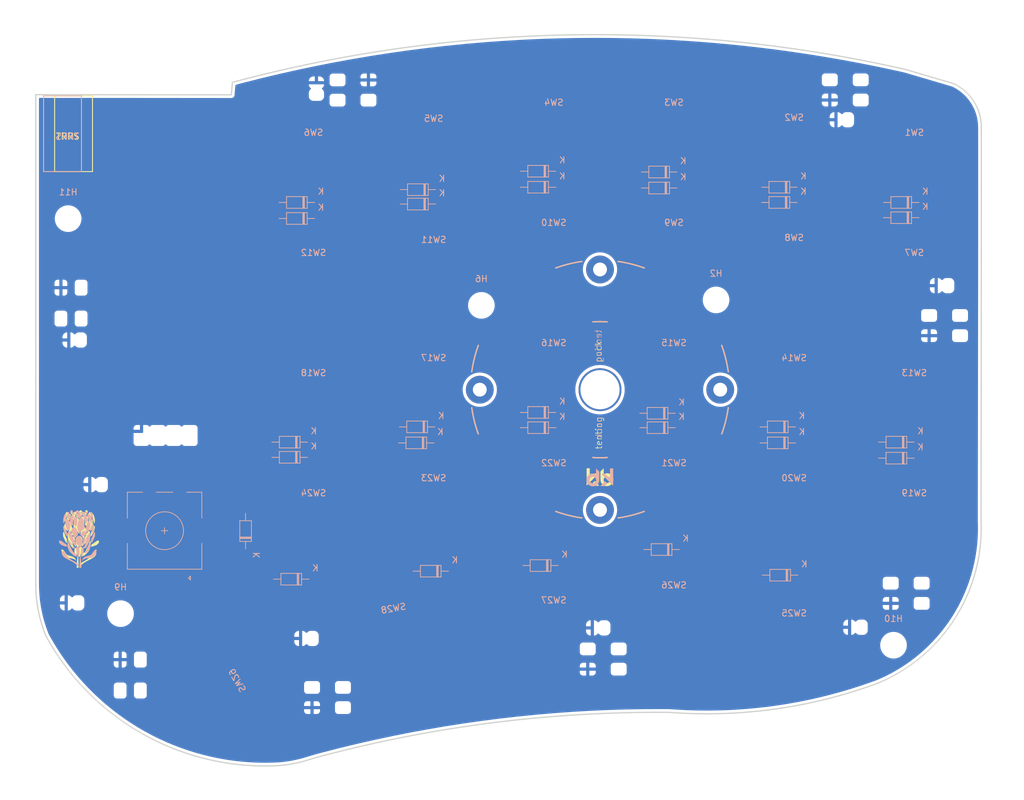
<source format=kicad_pcb>
(kicad_pcb (version 20210228) (generator pcbnew)
  (layers (0 "F.Cu" signal) (31 "B.Cu" signal) (34 "B.Paste" user) (35 "F.Paste" user) (36 "B.SilkS" user "B.Silkscreen") (37 "F.SilkS" user "F.Silkscreen") (38 "B.Mask" user) (39 "F.Mask" user) (44 "Edge.Cuts" user))
  (net 0 "")
  (net 1 "GND")
  (footprint "gcp:Tenting_Puck" (layer "F.Cu") (at 178.054 92.71)
    (fp_text reference "REF**")
    (fp_text value "Tenting Puck")
    (fp_text user "tenting" (at -0.254 -6.9215 90) (layer "B.SilkS") (effects (font (thickness 0.1)) (justify mirror)))
    (fp_text user "puck" (at -0.1905 6.0325 90 unlocked) (layer "B.SilkS") (effects (font (thickness 0.1)) (justify mirror)))
    (fp_text user "tenting" (at -0.1905 6.858 90) (layer "F.SilkS") (effects (font (thickness 0.1))))
    (fp_text user "puck" (at -0.254 -6.0325 90) (layer "F.SilkS") (effects (font (thickness 0.1))))
    (pad "" thru_hole circle (at 0 0) (size 6.8 6.8) (drill 6.2) (layers *.Cu *.Mask))
    (pad "1" thru_hole circle (at 0 19.05) (size 4.4 4.4) (drill 2.2) (layers *.Cu *.Mask))
    (pad "1" thru_hole circle (at -19.05 0) (size 4.4 4.4) (drill 2.2) (layers *.Cu *.Mask))
    (pad "1" thru_hole circle (at 19.05 0) (size 4.4 4.4) (drill 2.2) (layers *.Cu *.Mask))
    (pad "1" thru_hole circle (at 0 -19.05) (size 4.4 4.4) (drill 2.2) (layers *.Cu *.Mask))
  )
  (footprint "gcp:Protea-tiny" (layer "F.Cu") (at 95.758 116.332)
    (fp_text reference "G***" hide)
    (fp_text value "LOGO" hide)
  )
  (footprint "Diode_THT:D_DO-34_SOD68_P7.62mm_Horizontal" (layer "B.Cu") (at 229.591 63.0428 180)
    (fp_text reference "D1" hide)
    (fp_text value "D_Small")
    (fp_text user "K" (at 0 1.75) (layer "B.SilkS") (effects (justify mirror)))
  )
  (footprint "Diode_THT:D_DO-34_SOD68_P7.62mm_Horizontal" (layer "B.Cu") (at 210.287 60.6298 180)
    (fp_text reference "D2" hide)
    (fp_text value "D_Small")
    (fp_text user "K" (at 0 1.75) (layer "B.SilkS") (effects (justify mirror)))
  )
  (footprint "Diode_THT:D_DO-34_SOD68_P7.62mm_Horizontal" (layer "B.Cu") (at 191.237 58.2168 180)
    (fp_text reference "D3" hide)
    (fp_text value "D_Small")
    (fp_text user "K" (at 0 1.75) (layer "B.SilkS") (effects (justify mirror)))
  )
  (footprint "Diode_THT:D_DO-34_SOD68_P7.62mm_Horizontal" (layer "B.Cu") (at 172.06 58.0898 180)
    (fp_text reference "D4" hide)
    (fp_text value "D_Small")
    (fp_text user "K" (at 0 1.75) (layer "B.SilkS") (effects (justify mirror)))
  )
  (footprint "Diode_THT:D_DO-34_SOD68_P7.62mm_Horizontal" (layer "B.Cu") (at 153.01 61.0108 180)
    (fp_text reference "D5" hide)
    (fp_text value "D_Small")
    (fp_text user "K" (at 0 1.75) (layer "B.SilkS") (effects (justify mirror)))
  )
  (footprint "Diode_THT:D_DO-34_SOD68_P7.62mm_Horizontal" (layer "B.Cu") (at 155.042 121.463 180)
    (fp_text reference "D28" hide)
    (fp_text value "D_Small")
    (fp_text user "K" (at 0 1.75) (layer "B.SilkS") (effects (justify mirror)))
  )
  (footprint "Diode_THT:D_DO-34_SOD68_P7.62mm_Horizontal" (layer "B.Cu") (at 132.944 122.733 180)
    (fp_text reference "D29" hide)
    (fp_text value "D_Small")
    (fp_text user "K" (at 0 1.75) (layer "B.SilkS") (effects (justify mirror)))
  )
  (footprint "Diode_THT:D_DO-34_SOD68_P7.62mm_Horizontal" (layer "B.Cu") (at 121.895 118.923 90)
    (fp_text reference "D30" hide)
    (fp_text value "D_Small")
    (fp_text user "K" (at 0 1.75 270) (layer "B.SilkS") (effects (justify mirror)))
  )
  (footprint "Diode_THT:D_DO-34_SOD68_P7.62mm_Horizontal" (layer "B.Cu") (at 229.591 65.4558 180)
    (fp_text reference "D7" hide)
    (fp_text value "D_Small")
    (fp_text user "K" (at 0 1.75) (layer "B.SilkS") (effects (justify mirror)))
  )
  (footprint "Diode_THT:D_DO-34_SOD68_P7.62mm_Horizontal" (layer "B.Cu") (at 210.287 63.0428 180)
    (fp_text reference "D8" hide)
    (fp_text value "D_Small")
    (fp_text user "K" (at 0 1.75) (layer "B.SilkS") (effects (justify mirror)))
  )
  (footprint "Diode_THT:D_DO-34_SOD68_P7.62mm_Horizontal" (layer "B.Cu") (at 191.237 60.7568 180)
    (fp_text reference "D9" hide)
    (fp_text value "D_Small")
    (fp_text user "K" (at 0 1.75) (layer "B.SilkS") (effects (justify mirror)))
  )
  (footprint "Diode_THT:D_DO-34_SOD68_P7.62mm_Horizontal" (layer "B.Cu") (at 172.06 60.6298 180)
    (fp_text reference "D10" hide)
    (fp_text value "D_Small")
    (fp_text user "K" (at 0 1.75) (layer "B.SilkS") (effects (justify mirror)))
  )
  (footprint "Diode_THT:D_DO-34_SOD68_P7.62mm_Horizontal" (layer "B.Cu") (at 153.01 63.2968 180)
    (fp_text reference "D11" hide)
    (fp_text value "D_Small")
    (fp_text user "K" (at 0 1.75) (layer "B.SilkS") (effects (justify mirror)))
  )
  (footprint "Diode_THT:D_DO-34_SOD68_P7.62mm_Horizontal" (layer "B.Cu") (at 133.833 65.5828 180)
    (fp_text reference "D12" hide)
    (fp_text value "D_Small")
    (fp_text user "K" (at 0 1.75) (layer "B.SilkS") (effects (justify mirror)))
  )
  (footprint "Diode_THT:D_DO-34_SOD68_P7.62mm_Horizontal" (layer "B.Cu") (at 228.829 101.016 180)
    (fp_text reference "D13" hide)
    (fp_text value "D_Small")
    (fp_text user "K" (at 0 1.75) (layer "B.SilkS") (effects (justify mirror)))
  )
  (footprint "Diode_THT:D_DO-34_SOD68_P7.62mm_Horizontal" (layer "B.Cu") (at 210.033 98.6028 180)
    (fp_text reference "D14" hide)
    (fp_text value "D_Small")
    (fp_text user "K" (at 0 1.75) (layer "B.SilkS") (effects (justify mirror)))
  )
  (footprint "Diode_THT:D_DO-34_SOD68_P7.62mm_Horizontal" (layer "B.Cu") (at 190.983 96.4438 180)
    (fp_text reference "D15" hide)
    (fp_text value "D_Small")
    (fp_text user "K" (at 0 1.75) (layer "B.SilkS") (effects (justify mirror)))
  )
  (footprint "Diode_THT:D_DO-34_SOD68_P7.62mm_Horizontal" (layer "B.Cu") (at 172.06 96.3168 180)
    (fp_text reference "D16" hide)
    (fp_text value "D_Small")
    (fp_text user "K" (at 0 1.75) (layer "B.SilkS") (effects (justify mirror)))
  )
  (footprint "Diode_THT:D_DO-34_SOD68_P7.62mm_Horizontal" (layer "B.Cu") (at 152.883 98.6028 180)
    (fp_text reference "D17" hide)
    (fp_text value "D_Small")
    (fp_text user "K" (at 0 1.75) (layer "B.SilkS") (effects (justify mirror)))
  )
  (footprint "Diode_THT:D_DO-34_SOD68_P7.62mm_Horizontal" (layer "B.Cu") (at 132.69 101.016 180)
    (fp_text reference "D18" hide)
    (fp_text value "D_Small")
    (fp_text user "K" (at 0 1.75) (layer "B.SilkS") (effects (justify mirror)))
  )
  (footprint "Diode_THT:D_DO-34_SOD68_P7.62mm_Horizontal" (layer "B.Cu") (at 228.829 103.556 180)
    (fp_text reference "D19" hide)
    (fp_text value "D_Small")
    (fp_text user "K" (at 0 1.75) (layer "B.SilkS") (effects (justify mirror)))
  )
  (footprint "Diode_THT:D_DO-34_SOD68_P7.62mm_Horizontal" (layer "B.Cu") (at 210.033 101.143 180)
    (fp_text reference "D20" hide)
    (fp_text value "D_Small")
    (fp_text user "K" (at 0 1.75) (layer "B.SilkS") (effects (justify mirror)))
  )
  (footprint "Diode_THT:D_DO-34_SOD68_P7.62mm_Horizontal" (layer "B.Cu") (at 190.983 98.7298 180)
    (fp_text reference "D21" hide)
    (fp_text value "D_Small")
    (fp_text user "K" (at 0 1.75) (layer "B.SilkS") (effects (justify mirror)))
  )
  (footprint "Diode_THT:D_DO-34_SOD68_P7.62mm_Horizontal" (layer "B.Cu") (at 172.06 98.7298 180)
    (fp_text reference "D22" hide)
    (fp_text value "D_Small")
    (fp_text user "K" (at 0 1.75) (layer "B.SilkS") (effects (justify mirror)))
  )
  (footprint "Diode_THT:D_DO-34_SOD68_P7.62mm_Horizontal" (layer "B.Cu") (at 152.756 101.143 180)
    (fp_text reference "D23" hide)
    (fp_text value "D_Small")
    (fp_text user "K" (at 0 1.75) (layer "B.SilkS") (effects (justify mirror)))
  )
  (footprint "Diode_THT:D_DO-34_SOD68_P7.62mm_Horizontal" (layer "B.Cu") (at 132.69 103.429 180)
    (fp_text reference "D24" hide)
    (fp_text value "D_Small")
    (fp_text user "K" (at 0 1.75) (layer "B.SilkS") (effects (justify mirror)))
  )
  (footprint "Diode_THT:D_DO-34_SOD68_P7.62mm_Horizontal" (layer "B.Cu") (at 210.414 122.098 180)
    (fp_text reference "D25" hide)
    (fp_text value "D_Small")
    (fp_text user "K" (at 0 1.75) (layer "B.SilkS") (effects (justify mirror)))
  )
  (footprint "Diode_THT:D_DO-34_SOD68_P7.62mm_Horizontal" (layer "B.Cu") (at 191.618 118.034 180)
    (fp_text reference "D26" hide)
    (fp_text value "D_Small")
    (fp_text user "K" (at 0 1.75) (layer "B.SilkS") (effects (justify mirror)))
  )
  (footprint "Diode_THT:D_DO-34_SOD68_P7.62mm_Horizontal" (layer "B.Cu") (at 172.441 120.574 180)
    (fp_text reference "D27" hide)
    (fp_text value "D_Small")
    (fp_text user "K" (at 0 1.75) (layer "B.SilkS") (effects (justify mirror)))
  )
  (footprint "MountingHole:MountingHole_3.2mm_M3" (layer "B.Cu") (at 196.444 78.486 180)
    (fp_text reference "H2" (at 0 4.2) (layer "B.SilkS") (effects (justify mirror)))
    (fp_text value "MountingHole")
    (pad "1" np_thru_hole circle (at 0 0 180) (size 3.2 3.2) (drill 3.2) (layers *.Cu *.Mask))
  )
  (footprint "MountingHole:MountingHole_3.2mm_M3" (layer "B.Cu") (at 117.831 105.537 180)
    (fp_text reference "H3" hide)
    (fp_text value "MountingHole")
  )
  (footprint "MountingHole:MountingHole_3.2mm_M3" (layer "B.Cu") (at 102.083 128.194 180)
    (fp_text reference "H9" (at 0 4.2) (layer "B.SilkS") (effects (justify mirror)))
    (fp_text value "MountingHole")
    (pad "1" np_thru_hole circle (at 0 0 180) (size 3.2 3.2) (drill 3.2) (layers *.Cu *.Mask))
  )
  (footprint "MountingHole:MountingHole_3.2mm_M3" (layer "B.Cu") (at 224.561 133.198 180)
    (fp_text reference "H10" (at 0 4.2) (layer "B.SilkS") (effects (justify mirror)))
    (fp_text value "MountingHole")
    (pad "1" np_thru_hole circle (at 0 0 180) (size 3.2 3.2) (drill 3.2) (layers *.Cu *.Mask))
  )
  (footprint "MountingHole:MountingHole_3.2mm_M3" (layer "B.Cu") (at 159.258 79.3496 180)
    (fp_text reference "H6" (at 0 4.2) (layer "B.SilkS") (effects (justify mirror)))
    (fp_text value "MountingHole")
    (pad "1" np_thru_hole circle (at 0 0 180) (size 3.2 3.2) (drill 3.2) (layers *.Cu *.Mask))
  )
  (footprint "MountingHole:MountingHole_3.2mm_M3" (layer "B.Cu") (at 93.7766 65.6082 180)
    (fp_text reference "H11" (at 0 4.2) (layer "B.SilkS") (effects (justify mirror)))
    (fp_text value "MountingHole")
    (pad "1" np_thru_hole circle (at 0 0 180) (size 3.2 3.2) (drill 3.2) (layers *.Cu *.Mask))
  )
  (footprint "foostan:MX_ALPS_PG1350_noLed" (layer "B.Cu") (at 225.313 73.7978 180)
    (fp_text reference "SW7" (at -2.54 2.794) (layer "B.SilkS") (effects (justify mirror)))
    (fp_text value "TAB")
  )
  (footprint "foostan:MX_ALPS_PG1350_noLed" (layer "B.Cu") (at 206.273 52.3778 180)
    (fp_text reference "SW2" (at -2.54 2.794) (layer "B.SilkS") (effects (justify mirror)))
    (fp_text value "1")
  )
  (footprint "foostan:MX_ALPS_PG1350_noLed" (layer "B.Cu") (at 149.153 109.498 180)
    (fp_text reference "SW23" (at -2.54 2.794) (layer "B.SilkS") (effects (justify mirror)))
    (fp_text value "C")
  )
  (footprint "foostan:MX_ALPS_PG1350_noLed" (layer "B.Cu") (at 130.113 111.878 180)
    (fp_text reference "SW24" (at -2.54 2.794) (layer "B.SilkS") (effects (justify mirror)))
    (fp_text value "V")
  )
  (footprint "foostan:MX_ALPS_PG1350_noLed" (layer "B.Cu") (at 168.193 107.118 180)
    (fp_text reference "SW22" (at -2.54 2.794) (layer "B.SilkS") (effects (justify mirror)))
    (fp_text value "X")
  )
  (footprint "foostan:MX_ALPS_PG1350_noLed" (layer "B.Cu") (at 130.113 54.7578 180)
    (fp_text reference "SW6" (at -2.54 2.794) (layer "B.SilkS") (effects (justify mirror)))
    (fp_text value "5")
  )
  (footprint "foostan:MX_ALPS_PG1350_noLed" (layer "B.Cu") (at 206.273 130.918 180)
    (fp_text reference "SW25" (at -2.54 2.794) (layer "B.SilkS") (effects (justify mirror)))
    (fp_text value "CTRL")
  )
  (footprint "Rotary_Encoder:RotaryEncoder_Alps_EC11E-Switch_Vertical_H20mm" (layer "B.Cu") (at 111.557 122.555 90)
    (fp_text reference "SW30" hide)
    (fp_text value "Rotary_Encoder_Switch")
  )
  (footprint "foostan:MX_ALPS_PG1350_noLed" (layer "B.Cu") (at 149.153 52.5378 180)
    (fp_text reference "SW5" (at -2.54 2.794) (layer "B.SilkS") (effects (justify mirror)))
    (fp_text value "4")
  )
  (footprint "foostan:MX_ALPS_PG1350_noLed" (layer "B.Cu") (at 187.233 107.118 180)
    (fp_text reference "SW21" (at -2.54 2.794) (layer "B.SilkS") (effects (justify mirror)))
    (fp_text value "Z")
  )
  (footprint "foostan:MX_ALPS_PG1350_noLed" (layer "B.Cu") (at 130.113 73.7978 180)
    (fp_text reference "SW12" (at -2.54 2.794) (layer "B.SilkS") (effects (justify mirror)))
    (fp_text value "T")
  )
  (footprint "foostan:MX_ALPS_PG1350_noLed" (layer "B.Cu") (at 168.193 128.858 180)
    (fp_text reference "SW27" (at -2.54 2.794) (layer "B.SilkS") (effects (justify mirror)))
    (fp_text value "ALT")
  )
  (footprint "foostan:MX_ALPS_PG1350_noLed" (layer "B.Cu") (at 116.84 137.998 120)
    (fp_text reference "SW29" (at -2.54 2.794 300) (layer "B.SilkS") (effects (justify mirror)))
    (fp_text value "C")
  )
  (footprint "foostan:MX_ALPS_PG1350_noLed" (layer "B.Cu") (at 143.307 130.556 -170)
    (fp_text reference "SW28" (at -2.54 2.794 -170) (layer "B.SilkS") (effects (justify mirror)))
    (fp_text value "X")
  )
  (footprint "foostan:MX_ALPS_PG1350_noLed" (layer "B.Cu") (at 225.313 92.8378 180)
    (fp_text reference "SW13" (at -2.54 2.794) (layer "B.SilkS") (effects (justify mirror)))
    (fp_text value "CAPS")
  )
  (footprint "foostan:MX_ALPS_PG1350_noLed" (layer "B.Cu") (at 149.153 90.4578 180)
    (fp_text reference "SW17" (at -2.54 2.794) (layer "B.SilkS") (effects (justify mirror)))
    (fp_text value "F")
  )
  (footprint "foostan:MX_ALPS_PG1350_noLed" (layer "B.Cu") (at 168.193 69.0378 180)
    (fp_text reference "SW10" (at -2.54 2.794) (layer "B.SilkS") (effects (justify mirror)))
    (fp_text value "E")
  )
  (footprint "foostan:MX_ALPS_PG1350_noLed" (layer "B.Cu") (at 206.273 109.498 180)
    (fp_text reference "SW20" (at -2.54 2.794) (layer "B.SilkS") (effects (justify mirror)))
    (fp_text value "<")
  )
  (footprint "foostan:MX_ALPS_PG1350_noLed" (layer "B.Cu") (at 168.193 88.0778 180)
    (fp_text reference "SW16" (at -2.54 2.794) (layer "B.SilkS") (effects (justify mirror)))
    (fp_text value "D")
  )
  (footprint "foostan:MX_ALPS_PG1350_noLed" (layer "B.Cu") (at 149.153 71.7378 180)
    (fp_text reference "SW11" (at -2.54 2.794) (layer "B.SilkS") (effects (justify mirror)))
    (fp_text value "R")
  )
  (footprint "foostan:MX_ALPS_PG1350_noLed" (layer "B.Cu") (at 187.233 69.0378 180)
    (fp_text reference "SW9" (at -2.54 2.794) (layer "B.SilkS") (effects (justify mirror)))
    (fp_text value "W")
  )
  (footprint "foostan:MX_ALPS_PG1350_noLed" (layer "B.Cu") (at 187.233 49.9978 180)
    (fp_text reference "SW3" (at -2.54 2.794) (layer "B.SilkS") (effects (justify mirror)))
    (fp_text value "2")
  )
  (footprint "foostan:MX_ALPS_PG1350_noLed" (layer "B.Cu") (at 130.113 92.8378 180)
    (fp_text reference "SW18" (at -2.54 2.794) (layer "B.SilkS") (effects (justify mirror)))
    (fp_text value "G")
  )
  (footprint "foostan:MX_ALPS_PG1350_noLed" (layer "B.Cu") (at 225.313 54.7578 180)
    (fp_text reference "SW1" (at -2.54 2.794) (layer "B.SilkS") (effects (justify mirror)))
    (fp_text value "ESC")
  )
  (footprint "foostan:MX_ALPS_PG1350_noLed" (layer "B.Cu") (at 168.193 49.9978 180)
    (fp_text reference "SW4" (at -2.54 2.794) (layer "B.SilkS") (effects (justify mirror)))
    (fp_text value "3")
  )
  (footprint "foostan:MX_ALPS_PG1350_noLed" (layer "B.Cu") (at 206.273 90.4578 180)
    (fp_text reference "SW14" (at -2.54 2.794) (layer "B.SilkS") (effects (justify mirror)))
    (fp_text value "A")
  )
  (footprint "foostan:MX_ALPS_PG1350_noLed" (layer "B.Cu") (at 187.233 88.0778 180)
    (fp_text reference "SW15" (at -2.54 2.794) (layer "B.SilkS") (effects (justify mirror)))
    (fp_text value "S")
  )
  (footprint "foostan:MX_ALPS_PG1350_noLed" (layer "B.Cu") (at 187.233 126.478 180)
    (fp_text reference "SW26" (at -2.54 2.794) (layer "B.SilkS") (effects (justify mirror)))
    (fp_text value "SUPER")
  )
  (footprint "foostan:MX_ALPS_PG1350_noLed" (layer "B.Cu") (at 206.273 71.4178 180)
    (fp_text reference "SW8" (at -2.54 2.794) (layer "B.SilkS") (effects (justify mirror)))
    (fp_text value "Q")
  )
  (footprint "foostan:MX_ALPS_PG1350_noLed" (layer "B.Cu") (at 225.313 111.878 180)
    (fp_text reference "SW19" (at -2.54 2.794) (layer "B.SilkS") (effects (justify mirror)))
    (fp_text value "SHIFT")
  )
  (footprint "Diode_THT:D_DO-34_SOD68_P7.62mm_Horizontal" (layer "B.Cu") (at 133.833 63.0428 180)
    (fp_text reference "D6" hide)
    (fp_text value "D_Small")
    (fp_text user "K" (at 0 1.75) (layer "B.SilkS") (effects (justify mirror)))
  )
  (footprint "foostan:MJ-4PP-9" (layer "B.Cu") (at 92.8876 46.1518 180)
    (fp_text reference "J1")
    (fp_text value "MJ-4PP-9" hide)
    (fp_text user "TRRS" (at -0.75 -6.45) (layer "B.SilkS") (effects (justify mirror)))
    (fp_text user "TRRS" (at -0.8255 -6.4135) (layer "F.SilkS"))
  )
  (footprint "gcp:Protea-tiny" (layer "B.Cu") (at 95.25 116.332 180)
    (fp_text reference "G***" hide)
    (fp_text value "LOGO" hide)
  )
  (gr_line (start 132.997409 151.014164) (end 130.8875 151.642865) (layer "Edge.Cuts") (width 0.2))
  (gr_line (start 226.391009 41.948862) (end 234.06944 44.209815) (layer "Edge.Cuts") (width 0.2))
  (gr_arc (start 211.877431 114.674177) (end 222.094175 139.208147) (angle -70.0058655) (layer "Edge.Cuts") (width 0.2))
  (gr_line (start 238.4806 60.6552) (end 238.48055 53.23383) (layer "Edge.Cuts") (width 0.2))
  (gr_line (start 119.636018 45.987047) (end 119.812477 44.006359) (layer "Edge.Cuts") (width 0.2))
  (gr_arc (start 124.978268 112.784292) (end 90.244319 131.69488) (angle -64.4574) (layer "Edge.Cuts") (width 0.2))
  (gr_line (start 88.648218 45.961647) (end 88.649494 123.646193) (layer "Edge.Cuts") (width 0.2))
  (gr_line (start 238.4811 70.565005) (end 238.4806 60.6552) (layer "Edge.Cuts") (width 0.2))
  (gr_line (start 88.648218 45.961647) (end 119.636018 45.987047) (layer "Edge.Cuts") (width 0.2))
  (gr_arc (start 125.702168 132.235255) (end 127.063973 152.277423) (angle -11.07178986) (layer "Edge.Cuts") (width 0.2))
  (gr_arc (start 177.266934 258.734913) (end 226.391009 41.948862) (angle -27.74731122) (layer "Edge.Cuts") (width 0.2))
  (gr_line (start 238.4811 70.565005) (end 238.42603 113.461972) (layer "Edge.Cuts") (width 0.2))
  (gr_arc (start 187.237288 352.242171) (end 189.0522 143.8402) (angle -15.58420072) (layer "Edge.Cuts") (width 0.2))
  (gr_arc (start 194.977313 65.940279) (end 189.0522 143.8402) (angle -24.6593804) (layer "Edge.Cuts") (width 0.2))
  (gr_arc (start 230.813163 51.150063) (end 238.478151 51.285495) (angle -65.87686877) (layer "Edge.Cuts") (width 0.2))
  (gr_arc (start 110.183316 123.561675) (end 88.649494 123.646193) (angle -21.96588417) (layer "Edge.Cuts") (width 0.2))
  (gr_line (start 238.478151 51.285495) (end 238.48055 53.23383) (layer "Edge.Cuts") (width 0.2))
  (zone (net 1) (net_name "GND") (layer "B.Cu") (connect_pads (clearance 0.508)) (min_thickness 0.254) (fill yes (thermal_gap 0.508) (thermal_bridge_width 0.508))
    (polygon (pts (xy 245.237 34.5694) (xy 245.237 122.0724) (xy 227.5078 143.9926) (xy 121.0056 157.7086) (xy 88.2904 136.1186) (xy 86.4616 34.544)))
  )
)
</source>
